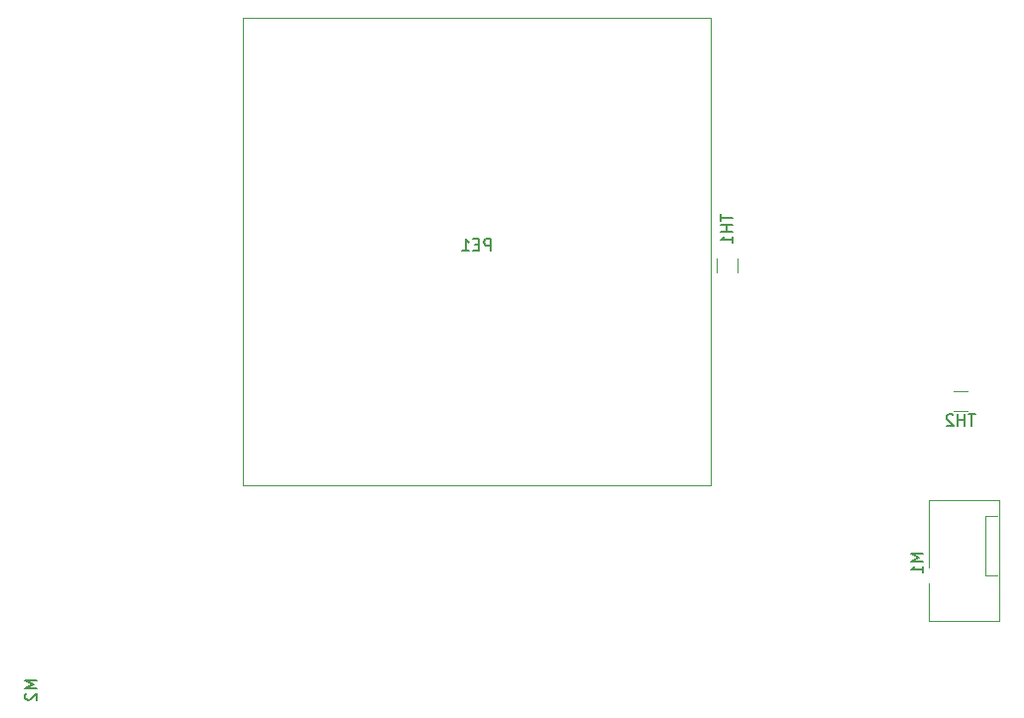
<source format=gbo>
G04 #@! TF.GenerationSoftware,KiCad,Pcbnew,5.1.4+dfsg1-1*
G04 #@! TF.CreationDate,2020-08-20T21:45:12-05:00*
G04 #@! TF.ProjectId,HotBox,486f7442-6f78-42e6-9b69-6361645f7063,rev?*
G04 #@! TF.SameCoordinates,Original*
G04 #@! TF.FileFunction,Legend,Bot*
G04 #@! TF.FilePolarity,Positive*
%FSLAX46Y46*%
G04 Gerber Fmt 4.6, Leading zero omitted, Abs format (unit mm)*
G04 Created by KiCad (PCBNEW 5.1.4+dfsg1-1) date 2020-08-20 21:45:12*
%MOMM*%
%LPD*%
G04 APERTURE LIST*
%ADD10C,0.120000*%
%ADD11C,0.150000*%
G04 APERTURE END LIST*
D10*
X185473000Y-115603000D02*
X185473000Y-121353000D01*
X185523000Y-122703000D02*
X185523000Y-125903000D01*
X185523000Y-125903000D02*
X191473000Y-125903000D01*
X191473000Y-125903000D02*
X191473000Y-115603000D01*
X191473000Y-115603000D02*
X185473000Y-115603000D01*
X191373000Y-116953000D02*
X190363000Y-116953000D01*
X190363000Y-116953000D02*
X190363000Y-122033000D01*
X190363000Y-122033000D02*
X191373000Y-122033000D01*
X166873000Y-114333000D02*
X126873000Y-114333000D01*
X166873000Y-74333000D02*
X166873000Y-114333000D01*
X126873000Y-74333000D02*
X166873000Y-74333000D01*
X126873000Y-114333000D02*
X126873000Y-74333000D01*
X126873000Y-114333000D02*
X126873000Y-74333000D01*
X126873000Y-74333000D02*
X166873000Y-74333000D01*
X166873000Y-74333000D02*
X166873000Y-114333000D01*
X166873000Y-114333000D02*
X126873000Y-114333000D01*
X167393000Y-94933000D02*
X167393000Y-96133000D01*
X169153000Y-96133000D02*
X169153000Y-94933000D01*
X188778000Y-106253000D02*
X187578000Y-106253000D01*
X187578000Y-108013000D02*
X188778000Y-108013000D01*
D11*
X184975380Y-120143476D02*
X183975380Y-120143476D01*
X184689666Y-120476809D01*
X183975380Y-120810142D01*
X184975380Y-120810142D01*
X184975380Y-121810142D02*
X184975380Y-121238714D01*
X184975380Y-121524428D02*
X183975380Y-121524428D01*
X184118238Y-121429190D01*
X184213476Y-121333952D01*
X184261095Y-121238714D01*
X148063476Y-94285380D02*
X148063476Y-93285380D01*
X147682523Y-93285380D01*
X147587285Y-93333000D01*
X147539666Y-93380619D01*
X147492047Y-93475857D01*
X147492047Y-93618714D01*
X147539666Y-93713952D01*
X147587285Y-93761571D01*
X147682523Y-93809190D01*
X148063476Y-93809190D01*
X147063476Y-93761571D02*
X146730142Y-93761571D01*
X146587285Y-94285380D02*
X147063476Y-94285380D01*
X147063476Y-93285380D01*
X146587285Y-93285380D01*
X145634904Y-94285380D02*
X146206333Y-94285380D01*
X145920619Y-94285380D02*
X145920619Y-93285380D01*
X146015857Y-93428238D01*
X146111095Y-93523476D01*
X146206333Y-93571095D01*
X109325380Y-131023476D02*
X108325380Y-131023476D01*
X109039666Y-131356809D01*
X108325380Y-131690142D01*
X109325380Y-131690142D01*
X108420619Y-132118714D02*
X108373000Y-132166333D01*
X108325380Y-132261571D01*
X108325380Y-132499666D01*
X108373000Y-132594904D01*
X108420619Y-132642523D01*
X108515857Y-132690142D01*
X108611095Y-132690142D01*
X108753952Y-132642523D01*
X109325380Y-132071095D01*
X109325380Y-132690142D01*
X167725380Y-91147285D02*
X167725380Y-91718714D01*
X168725380Y-91433000D02*
X167725380Y-91433000D01*
X168725380Y-92052047D02*
X167725380Y-92052047D01*
X168201571Y-92052047D02*
X168201571Y-92623476D01*
X168725380Y-92623476D02*
X167725380Y-92623476D01*
X168725380Y-93623476D02*
X168725380Y-93052047D01*
X168725380Y-93337761D02*
X167725380Y-93337761D01*
X167868238Y-93242523D01*
X167963476Y-93147285D01*
X168011095Y-93052047D01*
X189463714Y-108235380D02*
X188892285Y-108235380D01*
X189178000Y-109235380D02*
X189178000Y-108235380D01*
X188558952Y-109235380D02*
X188558952Y-108235380D01*
X188558952Y-108711571D02*
X187987523Y-108711571D01*
X187987523Y-109235380D02*
X187987523Y-108235380D01*
X187558952Y-108330619D02*
X187511333Y-108283000D01*
X187416095Y-108235380D01*
X187178000Y-108235380D01*
X187082761Y-108283000D01*
X187035142Y-108330619D01*
X186987523Y-108425857D01*
X186987523Y-108521095D01*
X187035142Y-108663952D01*
X187606571Y-109235380D01*
X186987523Y-109235380D01*
M02*

</source>
